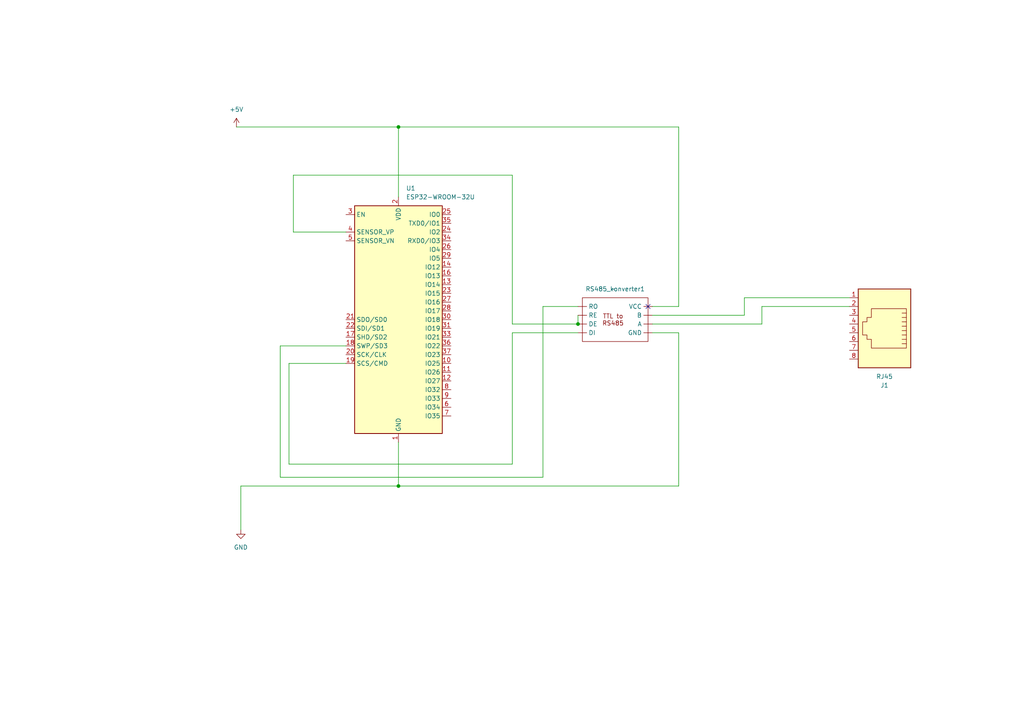
<source format=kicad_sch>
(kicad_sch (version 20230121) (generator eeschema)
  (paper "A4")
  (lib_symbols
    (symbol "Connector:RJ45" (pin_names (offset 1.016))
      (property "Reference" "J" (at -5.08 13.97 0))
      (property "Value" "RJ45" (at 2.54 13.97 0))
      (symbol "RJ45_0_1"
        (polyline (pts (xy -5.08 4.445) (xy -6.35 4.445)))
        (polyline (pts (xy -5.08 5.715) (xy -6.35 5.715)))
        (polyline (pts (xy -6.35 -3.175) (xy -5.08 -3.175) (xy -5.08 -3.175)))
        (polyline (pts (xy -6.35 -1.905) (xy -5.08 -1.905) (xy -5.08 -1.905)))
        (polyline (pts (xy -6.35 -0.635) (xy -5.08 -0.635) (xy -5.08 -0.635)))
        (polyline (pts (xy -6.35 0.635) (xy -5.08 0.635) (xy -5.08 0.635)))
        (polyline (pts (xy -6.35 1.905) (xy -5.08 1.905) (xy -5.08 1.905)))
        (polyline (pts (xy -5.08 3.175) (xy -6.35 3.175) (xy -6.35 3.175)))
        (polyline (pts (xy -6.35 -4.445) (xy -6.35 6.985) (xy 3.81 6.985) (xy 3.81 4.445) (xy 5.08 4.445) (xy 5.08 3.175) (xy 6.35 3.175) (xy 6.35 -0.635) (xy 5.08 -0.635) (xy 5.08 -1.905) (xy 3.81 -1.905) (xy 3.81 -4.445) (xy -6.35 -4.445) (xy -6.35 -4.445)))
        (rectangle (start 7.62 12.7) (end -7.62 -10.16) (stroke (width 0.254)) (fill (type background)))
      )
      (symbol "RJ45_1_1"
        (pin passive line (at 10.16 -7.62 180) (length 2.54) (name "~") (number "1"))
        (pin passive line (at 10.16 -5.08 180) (length 2.54) (name "~") (number "2"))
        (pin passive line (at 10.16 -2.54 180) (length 2.54) (name "~") (number "3"))
        (pin passive line (at 10.16 0 180) (length 2.54) (name "~") (number "4"))
        (pin passive line (at 10.16 2.54 180) (length 2.54) (name "~") (number "5"))
        (pin passive line (at 10.16 5.08 180) (length 2.54) (name "~") (number "6"))
        (pin passive line (at 10.16 7.62 180) (length 2.54) (name "~") (number "7"))
        (pin passive line (at 10.16 10.16 180) (length 2.54) (name "~") (number "8"))
      )
    )
    (symbol "RF_Module:ESP32-WROOM-32U"
      (property "Reference" "U" (at -12.7 34.29 0))
      (property "Value" "ESP32-WROOM-32U" (at 1.27 34.29 0))
      (symbol "ESP32-WROOM-32U_0_1"
        (rectangle (start -12.7 33.02) (end 12.7 -33.02) (stroke (width 0.254)) (fill (type background)))
      )
      (symbol "ESP32-WROOM-32U_1_1"
        (pin power_in line (at 0 -35.56 90) (length 2.54) (name "GND") (number "1"))
        (pin bidirectional line (at 15.24 -12.7 180) (length 2.54) (name "IO25") (number "10"))
        (pin bidirectional line (at 15.24 -15.24 180) (length 2.54) (name "IO26") (number "11"))
        (pin bidirectional line (at 15.24 -17.78 180) (length 2.54) (name "IO27") (number "12"))
        (pin bidirectional line (at 15.24 10.16 180) (length 2.54) (name "IO14") (number "13"))
        (pin bidirectional line (at 15.24 15.24 180) (length 2.54) (name "IO12") (number "14"))
        (pin passive line (at 0 -35.56 90) (length 2.54) hide (name "GND") (number "15"))
        (pin bidirectional line (at 15.24 12.7 180) (length 2.54) (name "IO13") (number "16"))
        (pin bidirectional line (at -15.24 -5.08 0) (length 2.54) (name "SHD/SD2") (number "17"))
        (pin bidirectional line (at -15.24 -7.62 0) (length 2.54) (name "SWP/SD3") (number "18"))
        (pin bidirectional line (at -15.24 -12.7 0) (length 2.54) (name "SCS/CMD") (number "19"))
        (pin power_in line (at 0 35.56 270) (length 2.54) (name "VDD") (number "2"))
        (pin bidirectional line (at -15.24 -10.16 0) (length 2.54) (name "SCK/CLK") (number "20"))
        (pin bidirectional line (at -15.24 0 0) (length 2.54) (name "SDO/SD0") (number "21"))
        (pin bidirectional line (at -15.24 -2.54 0) (length 2.54) (name "SDI/SD1") (number "22"))
        (pin bidirectional line (at 15.24 7.62 180) (length 2.54) (name "IO15") (number "23"))
        (pin bidirectional line (at 15.24 25.4 180) (length 2.54) (name "IO2") (number "24"))
        (pin bidirectional line (at 15.24 30.48 180) (length 2.54) (name "IO0") (number "25"))
        (pin bidirectional line (at 15.24 20.32 180) (length 2.54) (name "IO4") (number "26"))
        (pin bidirectional line (at 15.24 5.08 180) (length 2.54) (name "IO16") (number "27"))
        (pin bidirectional line (at 15.24 2.54 180) (length 2.54) (name "IO17") (number "28"))
        (pin bidirectional line (at 15.24 17.78 180) (length 2.54) (name "IO5") (number "29"))
        (pin input line (at -15.24 30.48 0) (length 2.54) (name "EN") (number "3"))
        (pin bidirectional line (at 15.24 0 180) (length 2.54) (name "IO18") (number "30"))
        (pin bidirectional line (at 15.24 -2.54 180) (length 2.54) (name "IO19") (number "31"))
        (pin no_connect line (at -12.7 -27.94 0) (length 2.54) hide (name "NC") (number "32"))
        (pin bidirectional line (at 15.24 -5.08 180) (length 2.54) (name "IO21") (number "33"))
        (pin bidirectional line (at 15.24 22.86 180) (length 2.54) (name "RXD0/IO3") (number "34"))
        (pin bidirectional line (at 15.24 27.94 180) (length 2.54) (name "TXD0/IO1") (number "35"))
        (pin bidirectional line (at 15.24 -7.62 180) (length 2.54) (name "IO22") (number "36"))
        (pin bidirectional line (at 15.24 -10.16 180) (length 2.54) (name "IO23") (number "37"))
        (pin passive line (at 0 -35.56 90) (length 2.54) hide (name "GND") (number "38"))
        (pin passive line (at 0 -35.56 90) (length 2.54) hide (name "GND") (number "39"))
        (pin input line (at -15.24 25.4 0) (length 2.54) (name "SENSOR_VP") (number "4"))
        (pin input line (at -15.24 22.86 0) (length 2.54) (name "SENSOR_VN") (number "5"))
        (pin input line (at 15.24 -25.4 180) (length 2.54) (name "IO34") (number "6"))
        (pin input line (at 15.24 -27.94 180) (length 2.54) (name "IO35") (number "7"))
        (pin bidirectional line (at 15.24 -20.32 180) (length 2.54) (name "IO32") (number "8"))
        (pin bidirectional line (at 15.24 -22.86 180) (length 2.54) (name "IO33") (number "9"))
      )
    )
    (symbol "eigene:RS485_konverter"
      (property "Reference" "RS485_konverter" (at 0 0 0))
      (symbol "RS485_konverter_0_1"
        (rectangle (start -8.89 -2.54) (end 10.16 -15.24))
      )
      (symbol "RS485_konverter_1_1"
        (text "TTL to\nRS485" (at 0 -8.89 0) (effects (font (size 1.27 1.27))))
        (pin input line (at 11.43 -10.16 180) (length 2.54) (name "A") (number ""))
        (pin input line (at 11.43 -7.62 180) (length 2.54) (name "B") (number ""))
        (pin input line (at -10.16 -10.16 0) (length 2.54) (name "DE") (number ""))
        (pin input line (at -10.16 -12.7 0) (length 2.54) (name "DI") (number ""))
        (pin input line (at 11.43 -12.7 180) (length 2.54) (name "GND") (number ""))
        (pin input line (at -10.16 -7.62 0) (length 2.54) (name "RE") (number ""))
        (pin input line (at -10.16 -5.08 0) (length 2.54) (name "RO") (number ""))
        (pin input line (at 11.43 -5.08 180) (length 2.54) (name "VCC") (number ""))
      )
    )
    (symbol "power:+5V" (power) (pin_names (offset 0))
      (property "Value" "+5V" (at 0 3.556 0))
      (symbol "+5V_0_1"
        (polyline (pts (xy -0.762 1.27) (xy 0 2.54)))
        (polyline (pts (xy 0 0) (xy 0 2.54)))
        (polyline (pts (xy 0 2.54) (xy 0.762 1.27)))
      )
      (symbol "+5V_1_1"
        (pin power_in line (at 0 0 90) (length 0) hide (name "+5V") (number "1"))
      )
    )
    (symbol "power:GND" (power) (pin_names (offset 0))
      (property "Value" "GND" (at 0 -3.81 0))
      (symbol "GND_0_1"
        (polyline (pts (xy 0 0) (xy 0 -1.27) (xy 1.27 -1.27) (xy 0 -2.54) (xy -1.27 -1.27) (xy 0 -1.27)))
      )
      (symbol "GND_1_1"
        (pin power_in line (at 0 0 270) (length 0) hide (name "GND") (number "1"))
      )
    )
  )
  (junction (at 167.64 93.98))
  (junction (at 115.57 36.83))
  (junction (at 115.57 140.97))
  (no_connect (at 187.96 88.9))
  (wire (pts (xy 115.57 36.83) (xy 196.85 36.83)))
  (wire (pts (xy 115.57 128.27) (xy 115.57 140.97)))
  (wire (pts (xy 215.9 86.36) (xy 246.38 86.36)))
  (wire (pts (xy 148.59 134.62) (xy 83.82 134.62)))
  (wire (pts (xy 115.57 36.83) (xy 115.57 57.15)))
  (wire (pts (xy 220.98 93.98) (xy 220.98 88.9)))
  (wire (pts (xy 115.57 140.97) (xy 69.85 140.97)))
  (wire (pts (xy 83.82 134.62) (xy 83.82 105.41)))
  (wire (pts (xy 83.82 105.41) (xy 100.33 105.41)))
  (wire (pts (xy 215.9 91.44) (xy 215.9 86.36)))
  (wire (pts (xy 189.23 91.44) (xy 215.9 91.44)))
  (wire (pts (xy 167.64 96.52) (xy 148.59 96.52)))
  (wire (pts (xy 167.64 93.98) (xy 148.59 93.98)))
  (wire (pts (xy 148.59 93.98) (xy 148.59 50.8)))
  (wire (pts (xy 220.98 88.9) (xy 246.38 88.9)))
  (wire (pts (xy 196.85 140.97) (xy 115.57 140.97)))
  (wire (pts (xy 196.85 88.9) (xy 189.23 88.9)))
  (wire (pts (xy 148.59 96.52) (xy 148.59 134.62)))
  (wire (pts (xy 157.48 88.9) (xy 157.48 138.43)))
  (wire (pts (xy 85.09 67.31) (xy 100.33 67.31)))
  (wire (pts (xy 85.09 50.8) (xy 85.09 67.31)))
  (wire (pts (xy 69.85 140.97) (xy 69.85 153.67)))
  (wire (pts (xy 68.58 36.83) (xy 115.57 36.83)))
  (wire (pts (xy 148.59 50.8) (xy 85.09 50.8)))
  (wire (pts (xy 189.23 96.52) (xy 196.85 96.52)))
  (wire (pts (xy 167.64 88.9) (xy 157.48 88.9)))
  (wire (pts (xy 196.85 88.9) (xy 196.85 36.83)))
  (wire (pts (xy 157.48 138.43) (xy 81.28 138.43)))
  (wire (pts (xy 81.28 100.33) (xy 100.33 100.33)))
  (wire (pts (xy 167.64 91.44) (xy 167.64 93.98)))
  (wire (pts (xy 81.28 138.43) (xy 81.28 100.33)))
  (wire (pts (xy 189.23 93.98) (xy 220.98 93.98)))
  (wire (pts (xy 196.85 96.52) (xy 196.85 140.97)))
  (symbol (lib_id "Connector:RJ45") (at 256.54 93.98 180) (unit 1)
    (property "Reference" "J1" (at 256.54 111.76 0))
    (property "Value" "RJ45" (at 256.54 109.22 0))
  )
  (symbol (lib_id "power:+5V") (at 68.58 36.83 0) (unit 1)
    (property "Reference" "#PWR01" (effects hide))
    (property "Value" "+5V" (at 68.58 31.75 0))
  )
  (symbol (lib_id "RF_Module:ESP32-WROOM-32U") (at 115.57 92.71 0) (unit 1)
    (property "Reference" "U1" (at 117.7641 54.61 0) (effects (justify left)))
    (property "Value" "ESP32-WROOM-32U" (at 117.7641 57.15 0) (effects (justify left)))
    (property "Footprint" "RF_Module:ESP32-WROOM-32U" (effects hide))
    (property "Datasheet" "https://www.espressif.com/sites/default/files/documentation/esp32-wroom-32d_esp32-wroom-32u_datasheet_en.pdf" (effects hide))
  )
  (symbol (lib_id "eigene:RS485_konverter") (at 177.8 83.82 0) (unit 1)
    (property "Reference" "RS485_konverter1" (at 178.435 83.82 0))
    (property "Value" "~" (at 177.8 83.82 0))
  )
  (symbol (lib_id "power:GND") (at 69.85 153.67 0) (unit 1)
    (property "Reference" "#PWR02" (effects hide))
    (property "Value" "GND" (at 69.85 158.75 0))
  )
)
</source>
